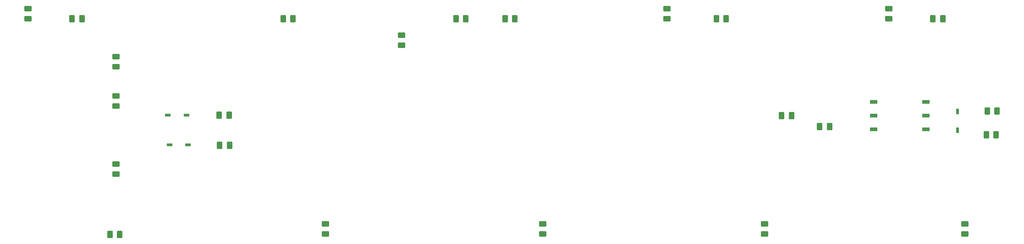
<source format=gtp>
%TF.GenerationSoftware,KiCad,Pcbnew,(6.0.0-0)*%
%TF.CreationDate,2024-09-02T12:42:35-04:00*%
%TF.ProjectId,HappySwitchV3,48617070-7953-4776-9974-636856332e6b,rev?*%
%TF.SameCoordinates,Original*%
%TF.FileFunction,Paste,Top*%
%TF.FilePolarity,Positive*%
%FSLAX46Y46*%
G04 Gerber Fmt 4.6, Leading zero omitted, Abs format (unit mm)*
G04 Created by KiCad (PCBNEW (6.0.0-0)) date 2024-09-02 12:42:35*
%MOMM*%
%LPD*%
G01*
G04 APERTURE LIST*
G04 Aperture macros list*
%AMRoundRect*
0 Rectangle with rounded corners*
0 $1 Rounding radius*
0 $2 $3 $4 $5 $6 $7 $8 $9 X,Y pos of 4 corners*
0 Add a 4 corners polygon primitive as box body*
4,1,4,$2,$3,$4,$5,$6,$7,$8,$9,$2,$3,0*
0 Add four circle primitives for the rounded corners*
1,1,$1+$1,$2,$3*
1,1,$1+$1,$4,$5*
1,1,$1+$1,$6,$7*
1,1,$1+$1,$8,$9*
0 Add four rect primitives between the rounded corners*
20,1,$1+$1,$2,$3,$4,$5,0*
20,1,$1+$1,$4,$5,$6,$7,0*
20,1,$1+$1,$6,$7,$8,$9,0*
20,1,$1+$1,$8,$9,$2,$3,0*%
G04 Aperture macros list end*
%ADD10RoundRect,0.250000X0.450000X-0.262500X0.450000X0.262500X-0.450000X0.262500X-0.450000X-0.262500X0*%
%ADD11R,0.600800X1.111200*%
%ADD12R,1.111200X0.600800*%
%ADD13RoundRect,0.250000X-0.262500X-0.450000X0.262500X-0.450000X0.262500X0.450000X-0.262500X0.450000X0*%
%ADD14RoundRect,0.250000X0.262500X0.450000X-0.262500X0.450000X-0.262500X-0.450000X0.262500X-0.450000X0*%
%ADD15RoundRect,0.250000X-0.450000X0.262500X-0.450000X-0.262500X0.450000X-0.262500X0.450000X0.262500X0*%
%ADD16R,1.320800X0.660400*%
G04 APERTURE END LIST*
D10*
%TO.C,R15*%
X130000000Y-63912500D03*
X130000000Y-62087500D03*
%TD*%
%TO.C,R16*%
X61000000Y-59000000D03*
X61000000Y-57175000D03*
%TD*%
D11*
%TO.C,D1*%
X232675000Y-79675000D03*
X232675000Y-76225000D03*
%TD*%
D10*
%TO.C,R2*%
X179000000Y-59000000D03*
X179000000Y-57175000D03*
%TD*%
D12*
%TO.C,D6*%
X90275000Y-76925000D03*
X86825000Y-76925000D03*
%TD*%
D10*
%TO.C,R1*%
X220000000Y-59000000D03*
X220000000Y-57175000D03*
%TD*%
D13*
%TO.C,R13*%
X207175000Y-79000000D03*
X209000000Y-79000000D03*
%TD*%
%TO.C,R17*%
X108087500Y-59000000D03*
X109912500Y-59000000D03*
%TD*%
D14*
%TO.C,R25*%
X239962500Y-76100000D03*
X238137500Y-76100000D03*
%TD*%
%TO.C,R3*%
X141825000Y-59000000D03*
X140000000Y-59000000D03*
%TD*%
D15*
%TO.C,R21*%
X156000000Y-97087500D03*
X156000000Y-98912500D03*
%TD*%
D14*
%TO.C,R23*%
X77912500Y-99000000D03*
X76087500Y-99000000D03*
%TD*%
D10*
%TO.C,R10*%
X77225000Y-87825000D03*
X77225000Y-86000000D03*
%TD*%
D13*
%TO.C,R9*%
X96350000Y-82500000D03*
X98175000Y-82500000D03*
%TD*%
D14*
%TO.C,R7*%
X150912500Y-59000000D03*
X149087500Y-59000000D03*
%TD*%
D13*
%TO.C,R8*%
X96262500Y-76925000D03*
X98087500Y-76925000D03*
%TD*%
D12*
%TO.C,D5*%
X90550000Y-82400000D03*
X87100000Y-82400000D03*
%TD*%
D14*
%TO.C,R5*%
X229912500Y-59000000D03*
X228087500Y-59000000D03*
%TD*%
D13*
%TO.C,R4*%
X237962500Y-80525000D03*
X239787500Y-80525000D03*
%TD*%
D16*
%TO.C,Q1*%
X226851400Y-79540000D03*
X226851400Y-77000000D03*
X226851400Y-74460000D03*
X217148600Y-74460000D03*
X217148600Y-77000000D03*
X217148600Y-79540000D03*
%TD*%
D15*
%TO.C,R19*%
X234000000Y-97087500D03*
X234000000Y-98912500D03*
%TD*%
D10*
%TO.C,R11*%
X77225000Y-75200000D03*
X77225000Y-73375000D03*
%TD*%
D15*
%TO.C,R20*%
X197000000Y-97087500D03*
X197000000Y-98912500D03*
%TD*%
%TO.C,R22*%
X115912500Y-97087500D03*
X115912500Y-98912500D03*
%TD*%
D13*
%TO.C,R18*%
X69087500Y-59000000D03*
X70912500Y-59000000D03*
%TD*%
D14*
%TO.C,R6*%
X189912500Y-59000000D03*
X188087500Y-59000000D03*
%TD*%
D10*
%TO.C,R12*%
X77250000Y-67912500D03*
X77250000Y-66087500D03*
%TD*%
D13*
%TO.C,R14*%
X200175000Y-77000000D03*
X202000000Y-77000000D03*
%TD*%
M02*

</source>
